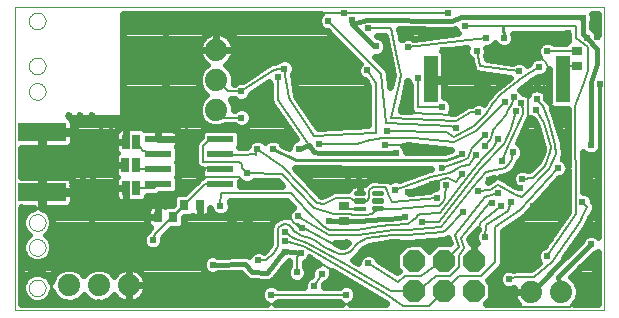
<source format=gbl>
G75*
G70*
%OFA0B0*%
%FSLAX24Y24*%
%IPPOS*%
%LPD*%
%AMOC8*
5,1,8,0,0,1.08239X$1,22.5*
%
%ADD10C,0.0000*%
%ADD11OC8,0.0740*%
%ADD12C,0.0740*%
%ADD13C,0.0397*%
%ADD14R,0.1600X0.0600*%
%ADD15C,0.0236*%
%ADD16R,0.0394X0.0157*%
%ADD17C,0.0118*%
%ADD18R,0.0354X0.0276*%
%ADD19R,0.0870X0.0240*%
%ADD20R,0.0250X0.0500*%
%ADD21R,0.0472X0.1575*%
%ADD22R,0.0276X0.0354*%
%ADD23C,0.0240*%
%ADD24C,0.0240*%
%ADD25C,0.0270*%
%ADD26C,0.0080*%
%ADD27C,0.0100*%
%ADD28C,0.0160*%
%ADD29C,0.0120*%
%ADD30C,0.0060*%
D10*
X000260Y000270D02*
X000260Y010370D01*
X019910Y010370D01*
X019910Y000270D01*
X000260Y000270D01*
X000734Y001020D02*
X000736Y001053D01*
X000742Y001085D01*
X000751Y001116D01*
X000764Y001146D01*
X000781Y001174D01*
X000801Y001200D01*
X000824Y001224D01*
X000849Y001244D01*
X000877Y001262D01*
X000906Y001276D01*
X000937Y001286D01*
X000969Y001293D01*
X001002Y001296D01*
X001035Y001295D01*
X001067Y001290D01*
X001098Y001281D01*
X001129Y001269D01*
X001157Y001253D01*
X001184Y001234D01*
X001208Y001212D01*
X001229Y001187D01*
X001248Y001160D01*
X001263Y001131D01*
X001274Y001101D01*
X001282Y001069D01*
X001286Y001036D01*
X001286Y001004D01*
X001282Y000971D01*
X001274Y000939D01*
X001263Y000909D01*
X001248Y000880D01*
X001229Y000853D01*
X001208Y000828D01*
X001184Y000806D01*
X001157Y000787D01*
X001129Y000771D01*
X001098Y000759D01*
X001067Y000750D01*
X001035Y000745D01*
X001002Y000744D01*
X000969Y000747D01*
X000937Y000754D01*
X000906Y000764D01*
X000877Y000778D01*
X000849Y000796D01*
X000824Y000816D01*
X000801Y000840D01*
X000781Y000866D01*
X000764Y000894D01*
X000751Y000924D01*
X000742Y000955D01*
X000736Y000987D01*
X000734Y001020D01*
X000734Y002370D02*
X000736Y002403D01*
X000742Y002435D01*
X000751Y002466D01*
X000764Y002496D01*
X000781Y002524D01*
X000801Y002550D01*
X000824Y002574D01*
X000849Y002594D01*
X000877Y002612D01*
X000906Y002626D01*
X000937Y002636D01*
X000969Y002643D01*
X001002Y002646D01*
X001035Y002645D01*
X001067Y002640D01*
X001098Y002631D01*
X001129Y002619D01*
X001157Y002603D01*
X001184Y002584D01*
X001208Y002562D01*
X001229Y002537D01*
X001248Y002510D01*
X001263Y002481D01*
X001274Y002451D01*
X001282Y002419D01*
X001286Y002386D01*
X001286Y002354D01*
X001282Y002321D01*
X001274Y002289D01*
X001263Y002259D01*
X001248Y002230D01*
X001229Y002203D01*
X001208Y002178D01*
X001184Y002156D01*
X001157Y002137D01*
X001129Y002121D01*
X001098Y002109D01*
X001067Y002100D01*
X001035Y002095D01*
X001002Y002094D01*
X000969Y002097D01*
X000937Y002104D01*
X000906Y002114D01*
X000877Y002128D01*
X000849Y002146D01*
X000824Y002166D01*
X000801Y002190D01*
X000781Y002216D01*
X000764Y002244D01*
X000751Y002274D01*
X000742Y002305D01*
X000736Y002337D01*
X000734Y002370D01*
X000734Y003200D02*
X000736Y003233D01*
X000742Y003265D01*
X000751Y003296D01*
X000764Y003326D01*
X000781Y003354D01*
X000801Y003380D01*
X000824Y003404D01*
X000849Y003424D01*
X000877Y003442D01*
X000906Y003456D01*
X000937Y003466D01*
X000969Y003473D01*
X001002Y003476D01*
X001035Y003475D01*
X001067Y003470D01*
X001098Y003461D01*
X001129Y003449D01*
X001157Y003433D01*
X001184Y003414D01*
X001208Y003392D01*
X001229Y003367D01*
X001248Y003340D01*
X001263Y003311D01*
X001274Y003281D01*
X001282Y003249D01*
X001286Y003216D01*
X001286Y003184D01*
X001282Y003151D01*
X001274Y003119D01*
X001263Y003089D01*
X001248Y003060D01*
X001229Y003033D01*
X001208Y003008D01*
X001184Y002986D01*
X001157Y002967D01*
X001129Y002951D01*
X001098Y002939D01*
X001067Y002930D01*
X001035Y002925D01*
X001002Y002924D01*
X000969Y002927D01*
X000937Y002934D01*
X000906Y002944D01*
X000877Y002958D01*
X000849Y002976D01*
X000824Y002996D01*
X000801Y003020D01*
X000781Y003046D01*
X000764Y003074D01*
X000751Y003104D01*
X000742Y003135D01*
X000736Y003167D01*
X000734Y003200D01*
X000734Y007570D02*
X000736Y007603D01*
X000742Y007635D01*
X000751Y007666D01*
X000764Y007696D01*
X000781Y007724D01*
X000801Y007750D01*
X000824Y007774D01*
X000849Y007794D01*
X000877Y007812D01*
X000906Y007826D01*
X000937Y007836D01*
X000969Y007843D01*
X001002Y007846D01*
X001035Y007845D01*
X001067Y007840D01*
X001098Y007831D01*
X001129Y007819D01*
X001157Y007803D01*
X001184Y007784D01*
X001208Y007762D01*
X001229Y007737D01*
X001248Y007710D01*
X001263Y007681D01*
X001274Y007651D01*
X001282Y007619D01*
X001286Y007586D01*
X001286Y007554D01*
X001282Y007521D01*
X001274Y007489D01*
X001263Y007459D01*
X001248Y007430D01*
X001229Y007403D01*
X001208Y007378D01*
X001184Y007356D01*
X001157Y007337D01*
X001129Y007321D01*
X001098Y007309D01*
X001067Y007300D01*
X001035Y007295D01*
X001002Y007294D01*
X000969Y007297D01*
X000937Y007304D01*
X000906Y007314D01*
X000877Y007328D01*
X000849Y007346D01*
X000824Y007366D01*
X000801Y007390D01*
X000781Y007416D01*
X000764Y007444D01*
X000751Y007474D01*
X000742Y007505D01*
X000736Y007537D01*
X000734Y007570D01*
X000734Y008420D02*
X000736Y008453D01*
X000742Y008485D01*
X000751Y008516D01*
X000764Y008546D01*
X000781Y008574D01*
X000801Y008600D01*
X000824Y008624D01*
X000849Y008644D01*
X000877Y008662D01*
X000906Y008676D01*
X000937Y008686D01*
X000969Y008693D01*
X001002Y008696D01*
X001035Y008695D01*
X001067Y008690D01*
X001098Y008681D01*
X001129Y008669D01*
X001157Y008653D01*
X001184Y008634D01*
X001208Y008612D01*
X001229Y008587D01*
X001248Y008560D01*
X001263Y008531D01*
X001274Y008501D01*
X001282Y008469D01*
X001286Y008436D01*
X001286Y008404D01*
X001282Y008371D01*
X001274Y008339D01*
X001263Y008309D01*
X001248Y008280D01*
X001229Y008253D01*
X001208Y008228D01*
X001184Y008206D01*
X001157Y008187D01*
X001129Y008171D01*
X001098Y008159D01*
X001067Y008150D01*
X001035Y008145D01*
X001002Y008144D01*
X000969Y008147D01*
X000937Y008154D01*
X000906Y008164D01*
X000877Y008178D01*
X000849Y008196D01*
X000824Y008216D01*
X000801Y008240D01*
X000781Y008266D01*
X000764Y008294D01*
X000751Y008324D01*
X000742Y008355D01*
X000736Y008387D01*
X000734Y008420D01*
X000734Y009920D02*
X000736Y009953D01*
X000742Y009985D01*
X000751Y010016D01*
X000764Y010046D01*
X000781Y010074D01*
X000801Y010100D01*
X000824Y010124D01*
X000849Y010144D01*
X000877Y010162D01*
X000906Y010176D01*
X000937Y010186D01*
X000969Y010193D01*
X001002Y010196D01*
X001035Y010195D01*
X001067Y010190D01*
X001098Y010181D01*
X001129Y010169D01*
X001157Y010153D01*
X001184Y010134D01*
X001208Y010112D01*
X001229Y010087D01*
X001248Y010060D01*
X001263Y010031D01*
X001274Y010001D01*
X001282Y009969D01*
X001286Y009936D01*
X001286Y009904D01*
X001282Y009871D01*
X001274Y009839D01*
X001263Y009809D01*
X001248Y009780D01*
X001229Y009753D01*
X001208Y009728D01*
X001184Y009706D01*
X001157Y009687D01*
X001129Y009671D01*
X001098Y009659D01*
X001067Y009650D01*
X001035Y009645D01*
X001002Y009644D01*
X000969Y009647D01*
X000937Y009654D01*
X000906Y009664D01*
X000877Y009678D01*
X000849Y009696D01*
X000824Y009716D01*
X000801Y009740D01*
X000781Y009766D01*
X000764Y009794D01*
X000751Y009824D01*
X000742Y009855D01*
X000736Y009887D01*
X000734Y009920D01*
D11*
X013560Y001920D03*
X014560Y001920D03*
X015560Y001920D03*
X015560Y000920D03*
X014560Y000920D03*
X013560Y000920D03*
D12*
X017465Y000880D03*
X018465Y000880D03*
X006980Y006960D03*
X006980Y007960D03*
X006980Y008960D03*
X004060Y001110D03*
X003060Y001110D03*
X002060Y001110D03*
D13*
X007514Y002799D03*
X008026Y002799D03*
X008026Y003311D03*
X007514Y003311D03*
D14*
X001170Y004210D03*
X001170Y006210D03*
D15*
X014490Y005025D03*
D16*
X011775Y003659D03*
D17*
X011913Y003896D02*
X011637Y003896D01*
X011637Y003934D01*
X011913Y003934D01*
X011913Y003896D01*
X011913Y004152D02*
X011637Y004152D01*
X011637Y004190D01*
X011913Y004190D01*
X011913Y004152D01*
X012227Y004190D02*
X012503Y004190D01*
X012503Y004152D01*
X012227Y004152D01*
X012227Y004190D01*
X012227Y003934D02*
X012503Y003934D01*
X012503Y003896D01*
X012227Y003896D01*
X012227Y003934D01*
X012227Y003678D02*
X012503Y003678D01*
X012503Y003640D01*
X012227Y003640D01*
X012227Y003678D01*
D18*
X011245Y003746D03*
X011245Y003234D03*
X019015Y008404D03*
X019015Y008916D03*
D19*
X007110Y005975D03*
X007110Y005475D03*
X007110Y004975D03*
X007110Y004475D03*
X005050Y004475D03*
X005050Y004975D03*
X005050Y005475D03*
X005050Y005975D03*
D20*
X004307Y005900D03*
X003953Y005900D03*
X003943Y005115D03*
X004297Y005115D03*
X004317Y004345D03*
X003963Y004345D03*
D21*
X014120Y007975D03*
X018530Y007975D03*
D22*
X006421Y003795D03*
X005909Y003795D03*
X005541Y003390D03*
X005029Y003390D03*
D23*
X004671Y003390D01*
X004671Y003184D01*
X004686Y003128D01*
X004715Y003078D01*
X004756Y003037D01*
X004779Y003024D01*
X004748Y002990D01*
X004714Y002956D01*
X004712Y002953D01*
X004710Y002950D01*
X004695Y002910D01*
X004667Y002898D01*
X004572Y002803D01*
X004520Y002678D01*
X004520Y002542D01*
X004572Y002417D01*
X004667Y002322D01*
X004792Y002270D01*
X004928Y002270D01*
X005053Y002322D01*
X005148Y002417D01*
X005200Y002542D01*
X005200Y002678D01*
X005191Y002699D01*
X005482Y002993D01*
X005770Y002993D01*
X005899Y003122D01*
X005899Y003380D01*
X005916Y003398D01*
X006138Y003398D01*
X006170Y003429D01*
X006198Y003413D01*
X006254Y003398D01*
X006421Y003398D01*
X006588Y003398D01*
X006644Y003413D01*
X006694Y003442D01*
X006735Y003483D01*
X006764Y003533D01*
X006779Y003589D01*
X006779Y003683D01*
X006829Y003561D01*
X006925Y003465D01*
X007050Y003414D01*
X007185Y003414D01*
X007310Y003465D01*
X007406Y003561D01*
X007458Y003686D01*
X007458Y003821D01*
X007421Y003910D01*
X009342Y003910D01*
X009536Y003704D01*
X009522Y003698D01*
X009427Y003603D01*
X009375Y003478D01*
X009375Y003407D01*
X009372Y003409D01*
X009347Y003413D01*
X009323Y003422D01*
X009296Y003421D01*
X009270Y003425D01*
X009245Y003419D01*
X009219Y003418D01*
X009195Y003407D01*
X009127Y003391D01*
X009109Y003391D01*
X009077Y003379D01*
X009044Y003371D01*
X009030Y003360D01*
X009013Y003354D01*
X008988Y003330D01*
X008960Y003310D01*
X008951Y003295D01*
X008868Y003215D01*
X008832Y003183D01*
X008831Y003180D01*
X008828Y003177D01*
X008809Y003133D01*
X008788Y003089D01*
X008788Y003086D01*
X008786Y003083D01*
X008785Y003034D01*
X008778Y002881D01*
X008776Y002878D01*
X008775Y002830D01*
X008773Y002781D01*
X008774Y002778D01*
X008767Y002490D01*
X008684Y002351D01*
X008564Y002232D01*
X008448Y002280D01*
X008312Y002280D01*
X008187Y002228D01*
X008092Y002133D01*
X008078Y002100D01*
X008065Y002105D01*
X008025Y002125D01*
X008009Y002126D01*
X007995Y002132D01*
X007950Y002130D01*
X007906Y002133D01*
X007891Y002128D01*
X007017Y002100D01*
X006933Y002135D01*
X006797Y002135D01*
X006672Y002083D01*
X006577Y001988D01*
X006525Y001863D01*
X006525Y001727D01*
X006577Y001602D01*
X006672Y001507D01*
X006797Y001455D01*
X006933Y001455D01*
X007043Y001501D01*
X007813Y001526D01*
X007959Y001358D01*
X007997Y001313D01*
X007998Y001313D01*
X007998Y001313D01*
X008051Y001286D01*
X008104Y001260D01*
X008105Y001260D01*
X008164Y001256D01*
X008623Y001223D01*
X008650Y001215D01*
X008682Y001219D01*
X008713Y001217D01*
X008740Y001226D01*
X008769Y001229D01*
X008796Y001244D01*
X008826Y001254D01*
X008848Y001273D01*
X008873Y001287D01*
X008893Y001312D01*
X008917Y001332D01*
X008929Y001358D01*
X009356Y001897D01*
X009400Y001915D01*
X009400Y001756D01*
X009372Y001728D01*
X009320Y001603D01*
X009320Y001467D01*
X009372Y001342D01*
X009467Y001247D01*
X009592Y001195D01*
X009728Y001195D01*
X009853Y001247D01*
X009948Y001342D01*
X010000Y001467D01*
X010000Y001603D01*
X009948Y001728D01*
X009920Y001756D01*
X009920Y001874D01*
X009988Y001902D01*
X010083Y001997D01*
X010086Y002004D01*
X010163Y001963D01*
X010398Y001825D01*
X010297Y001783D01*
X010202Y001688D01*
X010150Y001563D01*
X010150Y001427D01*
X010136Y001403D01*
X010052Y001368D01*
X009957Y001273D01*
X009905Y001148D01*
X009905Y001060D01*
X009021Y001060D01*
X008993Y001088D01*
X008868Y001140D01*
X008732Y001140D01*
X008607Y001088D01*
X008512Y000993D01*
X008460Y000868D01*
X008460Y000732D01*
X008512Y000607D01*
X008607Y000512D01*
X008660Y000490D01*
X000480Y000490D01*
X000480Y003690D01*
X000898Y003690D01*
X000729Y003620D01*
X000590Y003481D01*
X000514Y003299D01*
X000514Y003101D01*
X000590Y002919D01*
X000724Y002785D01*
X000590Y002651D01*
X000514Y002469D01*
X000514Y002271D01*
X000590Y002089D01*
X000729Y001950D01*
X000911Y001874D01*
X001109Y001874D01*
X001291Y001950D01*
X001430Y002089D01*
X001506Y002271D01*
X001506Y002469D01*
X001430Y002651D01*
X001296Y002785D01*
X001430Y002919D01*
X001506Y003101D01*
X001506Y003299D01*
X001430Y003481D01*
X001291Y003620D01*
X001122Y003690D01*
X001140Y003690D01*
X001140Y004180D01*
X001200Y004180D01*
X001200Y004240D01*
X001140Y004240D01*
X001140Y004730D01*
X000480Y004730D01*
X000480Y005690D01*
X001140Y005690D01*
X001140Y006180D01*
X001200Y006180D01*
X001200Y006240D01*
X002190Y006240D01*
X002190Y006539D01*
X002175Y006595D01*
X002146Y006645D01*
X002116Y006675D01*
X003870Y006680D01*
X003870Y010150D01*
X010459Y010150D01*
X010422Y010113D01*
X010370Y009988D01*
X010370Y009852D01*
X010422Y009727D01*
X010517Y009632D01*
X010642Y009580D01*
X010681Y009580D01*
X011756Y008496D01*
X011722Y008463D01*
X011670Y008338D01*
X011670Y008202D01*
X011722Y008077D01*
X011817Y007982D01*
X011930Y007935D01*
X012050Y007767D01*
X012046Y006445D01*
X011555Y006427D01*
X011554Y006427D01*
X011504Y006425D01*
X011453Y006423D01*
X011452Y006422D01*
X010363Y006367D01*
X009643Y007432D01*
X009538Y008137D01*
X009538Y008137D01*
X009590Y008262D01*
X009590Y008398D01*
X009538Y008523D01*
X009443Y008618D01*
X009318Y008670D01*
X009182Y008670D01*
X009057Y008618D01*
X009016Y008577D01*
X008905Y008559D01*
X008901Y008560D01*
X008855Y008551D01*
X008808Y008544D01*
X008804Y008541D01*
X008799Y008540D01*
X008760Y008514D01*
X008720Y008490D01*
X008717Y008486D01*
X007852Y007910D01*
X007742Y007910D01*
X007617Y007858D01*
X007589Y007830D01*
X007565Y007830D01*
X007570Y007843D01*
X007570Y008077D01*
X007480Y008294D01*
X007314Y008460D01*
X007302Y008465D01*
X007364Y008510D01*
X007430Y008576D01*
X007485Y008651D01*
X007527Y008734D01*
X007555Y008822D01*
X007570Y008914D01*
X007570Y008960D01*
X007570Y009006D01*
X007555Y009098D01*
X007527Y009186D01*
X007485Y009269D01*
X007430Y009344D01*
X007364Y009410D01*
X007289Y009465D01*
X007206Y009507D01*
X007118Y009535D01*
X007026Y009550D01*
X006980Y009550D01*
X006980Y008960D01*
X006980Y008960D01*
X007570Y008960D01*
X006980Y008960D01*
X006980Y008960D01*
X006980Y008960D01*
X006390Y008960D01*
X006390Y009006D01*
X006405Y009098D01*
X006433Y009186D01*
X006475Y009269D01*
X006530Y009344D01*
X006596Y009410D01*
X006671Y009465D01*
X006754Y009507D01*
X006842Y009535D01*
X006934Y009550D01*
X006980Y009550D01*
X006980Y008960D01*
X006390Y008960D01*
X006390Y008914D01*
X006405Y008822D01*
X006433Y008734D01*
X006475Y008651D01*
X006530Y008576D01*
X006596Y008510D01*
X006658Y008465D01*
X006646Y008460D01*
X006480Y008294D01*
X006390Y008077D01*
X006390Y007843D01*
X006480Y007626D01*
X006646Y007460D01*
X006480Y007294D01*
X006390Y007077D01*
X006390Y006843D01*
X006480Y006626D01*
X006646Y006460D01*
X006863Y006370D01*
X007097Y006370D01*
X007254Y006435D01*
X007594Y006435D01*
X007622Y006407D01*
X007747Y006355D01*
X007883Y006355D01*
X008008Y006407D01*
X008103Y006502D01*
X008155Y006627D01*
X008155Y006763D01*
X008103Y006888D01*
X008008Y006983D01*
X007883Y007035D01*
X007747Y007035D01*
X007622Y006983D01*
X007594Y006955D01*
X007570Y006955D01*
X007570Y007077D01*
X007480Y007294D01*
X007464Y007310D01*
X007589Y007310D01*
X007617Y007282D01*
X007742Y007230D01*
X007878Y007230D01*
X008003Y007282D01*
X008098Y007377D01*
X008139Y007477D01*
X008739Y007876D01*
X008747Y007857D01*
X008775Y007829D01*
X008775Y007319D01*
X008770Y007292D01*
X008775Y007268D01*
X008775Y007243D01*
X008786Y007218D01*
X008791Y007191D01*
X008805Y007171D01*
X008815Y007148D01*
X008834Y007128D01*
X009621Y005977D01*
X009552Y005948D01*
X009457Y005853D01*
X009405Y005728D01*
X009405Y005686D01*
X009176Y005799D01*
X009158Y005843D01*
X009063Y005938D01*
X008938Y005990D01*
X008802Y005990D01*
X008677Y005938D01*
X008615Y005876D01*
X008543Y005948D01*
X008418Y006000D01*
X008282Y006000D01*
X008157Y005948D01*
X008062Y005853D01*
X008010Y005728D01*
X008010Y005723D01*
X007877Y005720D01*
X007731Y005720D01*
X007726Y005725D01*
X007765Y005764D01*
X007765Y006186D01*
X007636Y006315D01*
X006584Y006315D01*
X006455Y006186D01*
X006455Y006038D01*
X006305Y005887D01*
X006265Y005792D01*
X006265Y005290D01*
X006264Y005289D01*
X006265Y005238D01*
X006265Y005188D01*
X006266Y005187D01*
X006266Y005185D01*
X006285Y005139D01*
X006305Y005093D01*
X006306Y005092D01*
X006306Y005090D01*
X006342Y005055D01*
X006378Y005020D01*
X006379Y005019D01*
X006380Y005018D01*
X006427Y004999D01*
X006455Y004988D01*
X006455Y004975D01*
X006486Y004975D01*
X006486Y004975D01*
X006455Y004975D01*
X006455Y004826D01*
X006470Y004770D01*
X006495Y004726D01*
X006483Y004714D01*
X006464Y004706D01*
X006463Y004705D01*
X006427Y004670D01*
X005943Y004192D01*
X005680Y004192D01*
X005551Y004063D01*
X005551Y003802D01*
X005536Y003787D01*
X005312Y003787D01*
X005280Y003756D01*
X005252Y003772D01*
X005196Y003787D01*
X005029Y003787D01*
X004862Y003787D01*
X004806Y003772D01*
X004756Y003743D01*
X004715Y003702D01*
X004686Y003652D01*
X004671Y003596D01*
X004671Y003390D01*
X005029Y003390D01*
X005029Y003390D01*
X005029Y003787D01*
X005029Y003390D01*
X005029Y003390D01*
X004671Y003371D02*
X001476Y003371D01*
X001506Y003132D02*
X004685Y003132D01*
X004663Y002894D02*
X001404Y002894D01*
X001426Y002655D02*
X004520Y002655D01*
X004573Y002417D02*
X001506Y002417D01*
X001467Y002178D02*
X008137Y002178D01*
X008723Y002417D02*
X005147Y002417D01*
X005200Y002655D02*
X008771Y002655D01*
X008778Y002894D02*
X005384Y002894D01*
X005899Y003132D02*
X008808Y003132D01*
X009044Y003371D02*
X005899Y003371D01*
X006421Y003398D02*
X006421Y003795D01*
X006421Y003398D01*
X006421Y003609D02*
X006421Y003609D01*
X006421Y003795D02*
X006421Y003795D01*
X006779Y003609D02*
X006810Y003609D01*
X007426Y003609D02*
X009433Y003609D01*
X009401Y003848D02*
X007447Y003848D01*
X007765Y004430D02*
X007765Y004599D01*
X007812Y004552D01*
X007937Y004500D01*
X008073Y004500D01*
X008198Y004552D01*
X008224Y004578D01*
X009050Y004571D01*
X009180Y004430D01*
X007765Y004430D01*
X007765Y004563D02*
X007801Y004563D01*
X008209Y004563D02*
X009058Y004563D01*
X009610Y005005D02*
X009616Y005005D01*
X009660Y005002D01*
X009669Y005005D01*
X012681Y005000D01*
X012681Y005000D01*
X012735Y005000D01*
X012788Y005000D01*
X012788Y005000D01*
X014138Y005000D01*
X014097Y004991D01*
X014079Y004992D01*
X014047Y004980D01*
X014014Y004973D01*
X013999Y004963D01*
X013052Y004615D01*
X013003Y004635D01*
X012867Y004635D01*
X012755Y004588D01*
X012755Y004589D01*
X012722Y004603D01*
X012691Y004621D01*
X012675Y004623D01*
X012660Y004629D01*
X012624Y004630D01*
X012588Y004635D01*
X012573Y004630D01*
X012141Y004636D01*
X012045Y004597D01*
X011971Y004525D01*
X011965Y004511D01*
X011942Y004490D01*
X011933Y004487D01*
X011916Y004470D01*
X011775Y004470D01*
X011775Y004214D01*
X011775Y004214D01*
X011775Y004470D01*
X011609Y004470D01*
X011556Y004459D01*
X011505Y004438D01*
X011459Y004407D01*
X011420Y004368D01*
X011390Y004323D01*
X011369Y004272D01*
X011368Y004270D01*
X011002Y004270D01*
X010998Y004272D01*
X010950Y004270D01*
X010903Y004270D01*
X010899Y004268D01*
X010894Y004268D01*
X010851Y004248D01*
X010808Y004230D01*
X010804Y004227D01*
X010509Y004093D01*
X010453Y004095D01*
X009610Y005005D01*
X009799Y004802D02*
X013560Y004802D01*
X013770Y004325D02*
X014206Y004325D01*
X014267Y004350D02*
X014142Y004298D01*
X014093Y004249D01*
X013392Y004186D01*
X014193Y004480D01*
X014290Y004501D01*
X014290Y004372D01*
X014299Y004350D01*
X014267Y004350D01*
X016025Y004552D02*
X016220Y004670D01*
X016100Y004642D01*
X016025Y004552D01*
X016034Y004563D02*
X016044Y004563D01*
X016419Y004717D02*
X016620Y004764D01*
X016636Y004763D01*
X016670Y004775D01*
X016705Y004784D01*
X016718Y004793D01*
X016733Y004799D01*
X016760Y004823D01*
X016789Y004844D01*
X016797Y004858D01*
X016893Y004946D01*
X016925Y004971D01*
X016931Y004981D01*
X016939Y004989D01*
X016956Y005026D01*
X017044Y005180D01*
X017067Y005212D01*
X017070Y005225D01*
X017076Y005236D01*
X017080Y005264D01*
X017163Y005347D01*
X017215Y005472D01*
X017215Y005608D01*
X017163Y005733D01*
X017068Y005828D01*
X017038Y005841D01*
X017417Y006669D01*
X017420Y006673D01*
X017428Y006691D01*
X017442Y006677D01*
X017526Y006642D01*
X017659Y006422D01*
X017858Y005697D01*
X017853Y005596D01*
X017709Y005229D01*
X017414Y004948D01*
X017381Y004945D01*
X017378Y004948D01*
X017253Y005000D01*
X017117Y005000D01*
X016992Y004948D01*
X016897Y004853D01*
X016845Y004728D01*
X016845Y004592D01*
X016897Y004467D01*
X016947Y004417D01*
X016520Y004676D01*
X016487Y004700D01*
X016476Y004703D01*
X016466Y004709D01*
X016426Y004715D01*
X016419Y004717D01*
X016736Y004802D02*
X016876Y004802D01*
X016857Y004563D02*
X016706Y004563D01*
X016964Y005040D02*
X017510Y005040D01*
X017728Y005279D02*
X017094Y005279D01*
X017215Y005517D02*
X017822Y005517D01*
X017842Y005756D02*
X017140Y005756D01*
X017108Y005994D02*
X017776Y005994D01*
X017711Y006233D02*
X017217Y006233D01*
X017326Y006471D02*
X017629Y006471D01*
X018273Y006710D02*
X018691Y006710D01*
X018690Y006948D02*
X018183Y006948D01*
X018202Y006968D02*
X018690Y006968D01*
X018695Y005099D01*
X018648Y005213D01*
X018553Y005308D01*
X018525Y005319D01*
X018529Y005327D01*
X018543Y005344D01*
X018552Y005373D01*
X018566Y005400D01*
X018567Y005422D01*
X018574Y005442D01*
X018571Y005473D01*
X018573Y005503D01*
X018566Y005524D01*
X018541Y005794D01*
X018544Y005820D01*
X018537Y005845D01*
X018534Y005870D01*
X018522Y005894D01*
X018316Y006584D01*
X018317Y006593D01*
X018302Y006633D01*
X018289Y006674D01*
X018283Y006681D01*
X018159Y007011D01*
X018202Y006968D01*
X018074Y007227D02*
X018074Y008319D01*
X018023Y008197D01*
X017928Y008102D01*
X017803Y008050D01*
X017696Y008050D01*
X017363Y007825D01*
X017112Y007629D01*
X017178Y007563D01*
X017192Y007530D01*
X017213Y007530D01*
X017338Y007478D01*
X017352Y007464D01*
X017377Y007523D01*
X017472Y007618D01*
X017597Y007670D01*
X017733Y007670D01*
X017858Y007618D01*
X017953Y007523D01*
X018005Y007398D01*
X018005Y007300D01*
X018045Y007258D01*
X018074Y007227D01*
X018074Y007425D02*
X017994Y007425D01*
X018074Y007664D02*
X017748Y007664D01*
X017582Y007664D02*
X017156Y007664D01*
X017477Y007902D02*
X018074Y007902D01*
X018074Y008141D02*
X017966Y008141D01*
X017404Y008480D02*
X017348Y008442D01*
X017263Y008528D01*
X017138Y008580D01*
X017002Y008580D01*
X016879Y008529D01*
X015990Y008653D01*
X015961Y008769D01*
X015995Y008852D01*
X015995Y008988D01*
X015980Y009025D01*
X016048Y009025D01*
X016173Y009077D01*
X016268Y009172D01*
X016273Y009183D01*
X016277Y009172D01*
X016372Y009077D01*
X016497Y009025D01*
X016633Y009025D01*
X016758Y009077D01*
X016853Y009172D01*
X016905Y009297D01*
X016905Y009433D01*
X016883Y009485D01*
X018160Y009485D01*
X018162Y009484D01*
X018212Y009485D01*
X018262Y009485D01*
X018263Y009486D01*
X018700Y009492D01*
X018700Y009373D01*
X018695Y009350D01*
X018700Y009322D01*
X018700Y009293D01*
X018709Y009271D01*
X018713Y009248D01*
X018716Y009243D01*
X018649Y009176D01*
X018415Y009176D01*
X018238Y009178D01*
X018208Y009208D01*
X018083Y009260D01*
X017947Y009260D01*
X017822Y009208D01*
X017727Y009113D01*
X017675Y008988D01*
X017675Y008852D01*
X017726Y008730D01*
X017667Y008730D01*
X017542Y008678D01*
X017447Y008583D01*
X017404Y008480D01*
X017482Y008618D02*
X016246Y008618D01*
X015995Y008856D02*
X017675Y008856D01*
X017719Y009095D02*
X016775Y009095D01*
X016905Y009333D02*
X018698Y009333D01*
X019493Y009674D02*
X019491Y009859D01*
X019530Y009952D01*
X019530Y010088D01*
X019504Y010150D01*
X019690Y010150D01*
X019690Y009436D01*
X019687Y009440D01*
X019638Y009558D01*
X019543Y009653D01*
X019493Y009674D01*
X019492Y009810D02*
X019690Y009810D01*
X019690Y009572D02*
X019624Y009572D01*
X019690Y010049D02*
X019530Y010049D01*
X016355Y009095D02*
X016190Y009095D01*
X015458Y008636D02*
X015367Y008727D01*
X015315Y008852D01*
X015315Y008988D01*
X015329Y009021D01*
X014512Y008918D01*
X014533Y008897D01*
X014562Y008847D01*
X014576Y008791D01*
X014576Y007975D01*
X014120Y007975D01*
X014120Y007975D01*
X014576Y007975D01*
X014576Y007384D01*
X014688Y007338D01*
X014783Y007243D01*
X014835Y007118D01*
X014835Y006982D01*
X014787Y006867D01*
X014921Y006863D01*
X015301Y007079D01*
X015313Y007090D01*
X015346Y007104D01*
X015376Y007122D01*
X015393Y007124D01*
X015408Y007130D01*
X015444Y007130D01*
X015479Y007134D01*
X015490Y007131D01*
X015517Y007158D01*
X015642Y007210D01*
X015778Y007210D01*
X015895Y007161D01*
X015981Y007292D01*
X015988Y007312D01*
X016009Y007335D01*
X016026Y007361D01*
X016044Y007373D01*
X016273Y007624D01*
X016284Y007643D01*
X016308Y007662D01*
X016328Y007684D01*
X016348Y007693D01*
X016767Y008020D01*
X015794Y008156D01*
X015793Y008155D01*
X015743Y008163D01*
X015693Y008170D01*
X015692Y008170D01*
X015691Y008170D01*
X015647Y008196D01*
X015604Y008222D01*
X015603Y008223D01*
X015602Y008224D01*
X015572Y008264D01*
X015541Y008305D01*
X015541Y008306D01*
X015540Y008307D01*
X015528Y008356D01*
X015515Y008405D01*
X015516Y008406D01*
X015458Y008636D01*
X015463Y008618D02*
X014576Y008618D01*
X014556Y008856D02*
X015315Y008856D01*
X015522Y008379D02*
X014576Y008379D01*
X014576Y008141D02*
X015902Y008141D01*
X016616Y007902D02*
X014576Y007902D01*
X014576Y007664D02*
X016310Y007664D01*
X016091Y007425D02*
X014576Y007425D01*
X014806Y007187D02*
X015586Y007187D01*
X015834Y007187D02*
X015911Y007187D01*
X015071Y006948D02*
X014821Y006948D01*
X013464Y006916D02*
X013132Y006928D01*
X013303Y007690D01*
X013304Y007691D01*
X013314Y007740D01*
X013325Y007789D01*
X013325Y007791D01*
X013354Y007929D01*
X013402Y007812D01*
X013430Y007784D01*
X013430Y006998D01*
X013464Y006916D01*
X013451Y006948D02*
X013137Y006948D01*
X013190Y007187D02*
X013430Y007187D01*
X013430Y007425D02*
X013243Y007425D01*
X013297Y007664D02*
X013430Y007664D01*
X013365Y007902D02*
X013348Y007902D01*
X012817Y007902D02*
X012763Y007902D01*
X012806Y007850D02*
X012779Y007728D01*
X012740Y008146D01*
X012740Y008186D01*
X012735Y008198D01*
X012734Y008210D01*
X012716Y008245D01*
X012701Y008281D01*
X012692Y008291D01*
X012686Y008302D01*
X012656Y008327D01*
X012256Y008730D01*
X012378Y008730D01*
X012503Y008782D01*
X012598Y008877D01*
X012650Y009002D01*
X012650Y009138D01*
X012598Y009263D01*
X012503Y009358D01*
X012378Y009410D01*
X012343Y009410D01*
X012340Y009413D01*
X012599Y009411D01*
X012760Y008642D01*
X012865Y008131D01*
X012806Y007850D01*
X012863Y008141D02*
X012741Y008141D01*
X012814Y008379D02*
X012604Y008379D01*
X012765Y008618D02*
X012368Y008618D01*
X012577Y008856D02*
X012715Y008856D01*
X012665Y009095D02*
X012650Y009095D01*
X012615Y009333D02*
X012528Y009333D01*
X013096Y009572D02*
X014979Y009572D01*
X014987Y009552D02*
X015032Y009507D01*
X013559Y009322D01*
X013558Y009323D01*
X013433Y009375D01*
X013297Y009375D01*
X013172Y009323D01*
X013153Y009304D01*
X013083Y009635D01*
X014833Y009620D01*
X014888Y009618D01*
X014893Y009620D01*
X014897Y009619D01*
X014948Y009640D01*
X014950Y009641D01*
X014987Y009552D01*
X013650Y009333D02*
X013534Y009333D01*
X013196Y009333D02*
X013147Y009333D01*
X011635Y008618D02*
X009443Y008618D01*
X009590Y008379D02*
X011687Y008379D01*
X011696Y008141D02*
X009540Y008141D01*
X009573Y007902D02*
X011953Y007902D01*
X012049Y007664D02*
X009609Y007664D01*
X009648Y007425D02*
X012049Y007425D01*
X012048Y007187D02*
X009809Y007187D01*
X009970Y006948D02*
X012047Y006948D01*
X012047Y006710D02*
X010132Y006710D01*
X010293Y006471D02*
X012046Y006471D01*
X013196Y005760D02*
X013561Y005760D01*
X014812Y005624D01*
X014799Y005619D01*
X014797Y005618D01*
X014574Y005540D01*
X013295Y005540D01*
X013295Y005588D01*
X013243Y005713D01*
X013196Y005760D01*
X013200Y005756D02*
X013602Y005756D01*
X012010Y004563D02*
X010020Y004563D01*
X010241Y004325D02*
X011391Y004325D01*
X011775Y004325D02*
X011775Y004325D01*
X009417Y005756D02*
X009265Y005756D01*
X009610Y005994D02*
X008432Y005994D01*
X008268Y005994D02*
X007765Y005994D01*
X007719Y006233D02*
X009447Y006233D01*
X009284Y006471D02*
X008072Y006471D01*
X008155Y006710D02*
X009120Y006710D01*
X008957Y006948D02*
X008043Y006948D01*
X007525Y007187D02*
X008794Y007187D01*
X008775Y007425D02*
X008118Y007425D01*
X008420Y007664D02*
X008775Y007664D01*
X008198Y008141D02*
X007544Y008141D01*
X007395Y008379D02*
X008557Y008379D01*
X009057Y008618D02*
X007460Y008618D01*
X007561Y008856D02*
X011399Y008856D01*
X011162Y009095D02*
X007556Y009095D01*
X007438Y009333D02*
X010926Y009333D01*
X010689Y009572D02*
X003870Y009572D01*
X003870Y009810D02*
X010388Y009810D01*
X010395Y010049D02*
X003870Y010049D01*
X003870Y009333D02*
X006522Y009333D01*
X006404Y009095D02*
X003870Y009095D01*
X003870Y008856D02*
X006399Y008856D01*
X006500Y008618D02*
X003870Y008618D01*
X003870Y008379D02*
X006565Y008379D01*
X006416Y008141D02*
X003870Y008141D01*
X003870Y007902D02*
X006390Y007902D01*
X006464Y007664D02*
X003870Y007664D01*
X003870Y007425D02*
X006611Y007425D01*
X006435Y007187D02*
X003870Y007187D01*
X003870Y006948D02*
X006390Y006948D01*
X006445Y006710D02*
X003870Y006710D01*
X003799Y006370D02*
X003743Y006355D01*
X003693Y006326D01*
X003652Y006285D01*
X003623Y006235D01*
X003608Y006179D01*
X003608Y005900D01*
X003608Y005621D01*
X003623Y005565D01*
X003652Y005515D01*
X003654Y005512D01*
X003642Y005500D01*
X003613Y005450D01*
X003598Y005394D01*
X003598Y005115D01*
X003598Y004836D01*
X003613Y004780D01*
X003642Y004730D01*
X003654Y004717D01*
X003633Y004680D01*
X003618Y004624D01*
X003618Y004345D01*
X003618Y004066D01*
X003633Y004010D01*
X003662Y003960D01*
X003703Y003919D01*
X003753Y003890D01*
X003809Y003875D01*
X003963Y003875D01*
X004533Y003875D01*
X004662Y004004D01*
X004662Y004079D01*
X004856Y004076D01*
X004858Y004075D01*
X004908Y004075D01*
X004957Y004074D01*
X004959Y004075D01*
X004962Y004075D01*
X005007Y004094D01*
X005054Y004112D01*
X005055Y004114D01*
X005057Y004115D01*
X005078Y004135D01*
X005576Y004135D01*
X005705Y004264D01*
X005705Y004686D01*
X005666Y004725D01*
X005705Y004764D01*
X005705Y005186D01*
X005666Y005225D01*
X005705Y005264D01*
X005705Y005686D01*
X005665Y005726D01*
X005690Y005770D01*
X005705Y005826D01*
X005705Y005975D01*
X005705Y006124D01*
X005690Y006180D01*
X005661Y006230D01*
X005620Y006271D01*
X005570Y006300D01*
X005514Y006315D01*
X005050Y006315D01*
X005050Y005975D01*
X005050Y005975D01*
X005705Y005975D01*
X005050Y005975D01*
X005050Y005975D01*
X005050Y006315D01*
X004586Y006315D01*
X004580Y006313D01*
X004523Y006370D01*
X004091Y006370D01*
X003953Y006370D01*
X003953Y005900D01*
X003953Y005900D01*
X003953Y006370D01*
X003799Y006370D01*
X003953Y006233D02*
X003953Y006233D01*
X003953Y005994D02*
X003953Y005994D01*
X003953Y005900D02*
X003953Y005900D01*
X003608Y005900D01*
X003953Y005900D01*
X003608Y005994D02*
X002190Y005994D01*
X002190Y005881D02*
X002190Y006180D01*
X001200Y006180D01*
X001200Y005690D01*
X001999Y005690D01*
X002055Y005705D01*
X002105Y005734D01*
X002146Y005775D01*
X002175Y005825D01*
X002190Y005881D01*
X002127Y005756D02*
X003608Y005756D01*
X003651Y005517D02*
X000480Y005517D01*
X000480Y005279D02*
X003598Y005279D01*
X003598Y005115D02*
X003943Y005115D01*
X003598Y005115D01*
X003598Y005040D02*
X000480Y005040D01*
X000480Y004802D02*
X003607Y004802D01*
X003618Y004563D02*
X002184Y004563D01*
X002190Y004539D02*
X002175Y004595D01*
X002146Y004645D01*
X002105Y004686D01*
X002055Y004715D01*
X001999Y004730D01*
X001200Y004730D01*
X001200Y004240D01*
X002190Y004240D01*
X002190Y004539D01*
X002190Y004325D02*
X003618Y004325D01*
X003618Y004345D02*
X003963Y004345D01*
X003963Y003875D01*
X003963Y004345D01*
X003963Y004345D01*
X003963Y004345D01*
X003618Y004345D01*
X003618Y004086D02*
X002190Y004086D01*
X002190Y004180D02*
X001200Y004180D01*
X001200Y003690D01*
X001999Y003690D01*
X002055Y003705D01*
X002105Y003734D01*
X002146Y003775D01*
X002175Y003825D01*
X002190Y003881D01*
X002190Y004180D01*
X002181Y003848D02*
X005551Y003848D01*
X005574Y004086D02*
X004988Y004086D01*
X005705Y004325D02*
X006077Y004325D01*
X006319Y004563D02*
X005705Y004563D01*
X005705Y004802D02*
X006462Y004802D01*
X006464Y004706D02*
X006464Y004706D01*
X006357Y005040D02*
X005705Y005040D01*
X005705Y005279D02*
X006265Y005279D01*
X006265Y005517D02*
X005705Y005517D01*
X005682Y005756D02*
X006265Y005756D01*
X006411Y005994D02*
X005705Y005994D01*
X005659Y006233D02*
X006501Y006233D01*
X006635Y006471D02*
X002190Y006471D01*
X001200Y006233D02*
X003622Y006233D01*
X005050Y006233D02*
X005050Y006233D01*
X005050Y005994D02*
X005050Y005994D01*
X003943Y005115D02*
X003943Y005115D01*
X003963Y004325D02*
X003963Y004325D01*
X003963Y004086D02*
X003963Y004086D01*
X004675Y003609D02*
X001302Y003609D01*
X001200Y003848D02*
X001140Y003848D01*
X000718Y003609D02*
X000480Y003609D01*
X000480Y003371D02*
X000544Y003371D01*
X000514Y003132D02*
X000480Y003132D01*
X000480Y002894D02*
X000616Y002894D01*
X000594Y002655D02*
X000480Y002655D01*
X000480Y002417D02*
X000514Y002417D01*
X000480Y002178D02*
X000553Y002178D01*
X000480Y001940D02*
X000754Y001940D01*
X000480Y001701D02*
X006536Y001701D01*
X006779Y001463D02*
X004533Y001463D01*
X004510Y001494D02*
X004444Y001560D01*
X004369Y001615D01*
X004286Y001657D01*
X004198Y001685D01*
X004106Y001700D01*
X004060Y001700D01*
X004060Y001110D01*
X004060Y001110D01*
X004650Y001110D01*
X004650Y001156D01*
X004635Y001248D01*
X004607Y001336D01*
X004565Y001419D01*
X004510Y001494D01*
X004639Y001224D02*
X008608Y001224D01*
X008736Y001224D02*
X009522Y001224D01*
X009798Y001224D02*
X009937Y001224D01*
X009998Y001463D02*
X010150Y001463D01*
X010150Y001427D02*
X010150Y001427D01*
X010215Y001701D02*
X009959Y001701D01*
X010025Y001940D02*
X010203Y001940D01*
X010825Y001575D02*
X012495Y000596D01*
X012648Y000490D01*
X011450Y000490D01*
X011503Y000512D01*
X011598Y000607D01*
X011650Y000732D01*
X011650Y000868D01*
X011598Y000993D01*
X011503Y001088D01*
X011378Y001140D01*
X011242Y001140D01*
X011117Y001088D01*
X011089Y001060D01*
X010585Y001060D01*
X010585Y001140D01*
X010605Y001175D01*
X010683Y001207D01*
X010778Y001302D01*
X010830Y001427D01*
X010830Y001563D01*
X010825Y001575D01*
X010830Y001463D02*
X011017Y001463D01*
X010700Y001224D02*
X011423Y001224D01*
X011601Y000986D02*
X011830Y000986D01*
X011650Y000747D02*
X012237Y000747D01*
X012621Y000509D02*
X011495Y000509D01*
X011170Y000490D02*
X008940Y000490D01*
X008993Y000512D01*
X009021Y000540D01*
X011089Y000540D01*
X011117Y000512D01*
X011170Y000490D01*
X011125Y000509D02*
X008985Y000509D01*
X008615Y000509D02*
X000480Y000509D01*
X000590Y000739D02*
X000729Y000600D01*
X000911Y000524D01*
X001109Y000524D01*
X001291Y000600D01*
X001430Y000739D01*
X001503Y000914D01*
X001560Y000776D01*
X001726Y000610D01*
X001943Y000520D01*
X002177Y000520D01*
X002394Y000610D01*
X002560Y000776D01*
X002726Y000610D01*
X002943Y000520D01*
X003177Y000520D01*
X003394Y000610D01*
X003560Y000776D01*
X003565Y000788D01*
X003610Y000726D01*
X003676Y000660D01*
X003751Y000605D01*
X003834Y000563D01*
X003922Y000535D01*
X004014Y000520D01*
X004060Y000520D01*
X004106Y000520D01*
X004198Y000535D01*
X004286Y000563D01*
X004369Y000605D01*
X004444Y000660D01*
X004510Y000726D01*
X004565Y000801D01*
X004607Y000884D01*
X004635Y000972D01*
X004650Y001064D01*
X004650Y001110D01*
X004060Y001110D01*
X004060Y001110D01*
X004060Y001700D01*
X004014Y001700D01*
X003922Y001685D01*
X003834Y001657D01*
X003751Y001615D01*
X003676Y001560D01*
X003610Y001494D01*
X003565Y001432D01*
X003560Y001444D01*
X003394Y001610D01*
X003177Y001700D01*
X002943Y001700D01*
X002726Y001610D01*
X002560Y001444D01*
X002394Y001610D01*
X002177Y001700D01*
X001943Y001700D01*
X001726Y001610D01*
X001560Y001444D01*
X001470Y001227D01*
X001470Y001204D01*
X001430Y001301D01*
X001291Y001440D01*
X001109Y001516D01*
X000911Y001516D01*
X000729Y001440D01*
X000590Y001301D01*
X000514Y001119D01*
X000514Y000921D01*
X000590Y000739D01*
X000587Y000747D02*
X000480Y000747D01*
X000480Y000986D02*
X000514Y000986D01*
X000480Y001224D02*
X000558Y001224D01*
X000480Y001463D02*
X000783Y001463D01*
X001237Y001463D02*
X001578Y001463D01*
X001470Y001224D02*
X001462Y001224D01*
X001433Y000747D02*
X001589Y000747D01*
X002531Y000747D02*
X002589Y000747D01*
X003531Y000747D02*
X003594Y000747D01*
X004060Y000747D02*
X004060Y000747D01*
X004060Y000520D02*
X004060Y001110D01*
X004060Y000520D01*
X004526Y000747D02*
X008460Y000747D01*
X008509Y000986D02*
X004638Y000986D01*
X004060Y000986D02*
X004060Y000986D01*
X004060Y001110D02*
X004060Y001110D01*
X004060Y001224D02*
X004060Y001224D01*
X004060Y001463D02*
X004060Y001463D01*
X003587Y001463D02*
X003542Y001463D01*
X002578Y001463D02*
X002542Y001463D01*
X001266Y001940D02*
X006557Y001940D01*
X006951Y001463D02*
X007868Y001463D01*
X008105Y001260D02*
X008105Y001260D01*
X009012Y001463D02*
X009322Y001463D01*
X009361Y001701D02*
X009201Y001701D01*
X010941Y002515D02*
X011373Y002526D01*
X011297Y002434D01*
X011210Y002405D01*
X011155Y002413D01*
X010941Y002515D01*
X011146Y002417D02*
X011244Y002417D01*
X011669Y002067D02*
X011869Y002312D01*
X012074Y002424D01*
X012835Y002534D01*
X013307Y002521D01*
X013322Y002516D01*
X013358Y002520D01*
X013394Y002519D01*
X013409Y002524D01*
X014544Y002625D01*
X014586Y002626D01*
X014595Y002630D01*
X014605Y002631D01*
X014642Y002650D01*
X014703Y002677D01*
X014709Y002667D01*
X014753Y002510D01*
X014316Y002510D01*
X014060Y002254D01*
X013804Y002510D01*
X013316Y002510D01*
X012970Y002164D01*
X012970Y001676D01*
X013053Y001593D01*
X013004Y001549D01*
X012376Y001946D01*
X012338Y002038D01*
X012243Y002133D01*
X012118Y002185D01*
X011982Y002185D01*
X011857Y002133D01*
X011762Y002038D01*
X011710Y001913D01*
X011710Y001859D01*
X011537Y001962D01*
X011552Y001970D01*
X011580Y001979D01*
X011598Y001994D01*
X011618Y002005D01*
X011636Y002027D01*
X011658Y002046D01*
X011669Y002067D01*
X011721Y001940D02*
X011574Y001940D01*
X011760Y002178D02*
X011965Y002178D01*
X012135Y002178D02*
X012984Y002178D01*
X012970Y001940D02*
X012387Y001940D01*
X012764Y001701D02*
X012970Y001701D01*
X013222Y002417D02*
X012060Y002417D01*
X012940Y002465D02*
X013985Y002550D01*
X013898Y002417D02*
X014222Y002417D01*
X014653Y002655D02*
X014712Y002655D01*
X015417Y002638D02*
X015453Y002510D01*
X015560Y002510D01*
X015560Y001920D01*
X015560Y001920D01*
X015560Y002510D01*
X015679Y002510D01*
X015657Y002532D01*
X015605Y002657D01*
X015605Y002793D01*
X015657Y002918D01*
X015703Y002964D01*
X015704Y002981D01*
X015417Y002638D01*
X015431Y002655D02*
X015606Y002655D01*
X015560Y002417D02*
X015560Y002417D01*
X015560Y002178D02*
X015560Y002178D01*
X015560Y001940D02*
X015560Y001940D01*
X016220Y001463D02*
X016431Y001463D01*
X016452Y001513D02*
X016400Y001388D01*
X016400Y001252D01*
X016452Y001127D01*
X016547Y001032D01*
X016672Y000980D01*
X016808Y000980D01*
X016889Y001014D01*
X016875Y000926D01*
X016875Y000880D01*
X017465Y000880D01*
X017465Y000880D01*
X016875Y000880D01*
X016875Y000834D01*
X016890Y000742D01*
X016918Y000654D01*
X016960Y000571D01*
X017015Y000496D01*
X017021Y000490D01*
X015964Y000490D01*
X016150Y000676D01*
X016150Y001164D01*
X016036Y001278D01*
X016480Y001723D01*
X016520Y001818D01*
X016520Y002906D01*
X017224Y003379D01*
X017254Y003393D01*
X017267Y003407D01*
X017283Y003418D01*
X017301Y003446D01*
X018405Y004680D01*
X018428Y004680D01*
X018553Y004732D01*
X018648Y004827D01*
X018696Y004943D01*
X018700Y003550D01*
X017912Y002402D01*
X017807Y002358D01*
X017712Y002263D01*
X017660Y002138D01*
X017660Y002002D01*
X017712Y001877D01*
X017735Y001854D01*
X017477Y001641D01*
X016986Y001645D01*
X016949Y001649D01*
X016935Y001645D01*
X016920Y001645D01*
X016886Y001631D01*
X016880Y001630D01*
X016808Y001660D01*
X016672Y001660D01*
X016547Y001608D01*
X016452Y001513D01*
X016459Y001701D02*
X017550Y001701D01*
X017686Y001940D02*
X016520Y001940D01*
X016520Y002178D02*
X017677Y002178D01*
X017922Y002417D02*
X016520Y002417D01*
X016520Y002655D02*
X018086Y002655D01*
X018249Y002894D02*
X016520Y002894D01*
X016857Y003132D02*
X018413Y003132D01*
X018577Y003371D02*
X017212Y003371D01*
X017447Y003609D02*
X018700Y003609D01*
X018699Y003848D02*
X017661Y003848D01*
X017874Y004086D02*
X018698Y004086D01*
X018698Y004325D02*
X018087Y004325D01*
X018300Y004563D02*
X018697Y004563D01*
X018696Y004802D02*
X018622Y004802D01*
X019216Y004802D02*
X019690Y004802D01*
X019690Y004563D02*
X019217Y004563D01*
X019218Y004325D02*
X019690Y004325D01*
X019690Y004086D02*
X019455Y004086D01*
X019468Y004073D02*
X019373Y004168D01*
X019248Y004220D01*
X019218Y004220D01*
X019214Y005550D01*
X019267Y005497D01*
X019392Y005445D01*
X019528Y005445D01*
X019653Y005497D01*
X019690Y005534D01*
X019690Y002721D01*
X019653Y002758D01*
X019528Y002810D01*
X019392Y002810D01*
X019267Y002758D01*
X019172Y002663D01*
X019132Y002566D01*
X018582Y002017D01*
X019289Y003055D01*
X019305Y003070D01*
X019317Y003097D01*
X019334Y003122D01*
X019339Y003144D01*
X019421Y003326D01*
X019560Y003564D01*
X019575Y003579D01*
X019586Y003608D01*
X019601Y003634D01*
X019604Y003656D01*
X019611Y003676D01*
X019611Y003706D01*
X019615Y003736D01*
X019609Y003758D01*
X019608Y003780D01*
X019596Y003807D01*
X019588Y003836D01*
X019575Y003854D01*
X019566Y003874D01*
X019544Y003895D01*
X019525Y003919D01*
X019520Y003922D01*
X019520Y003948D01*
X019468Y004073D01*
X019580Y003848D02*
X019690Y003848D01*
X019690Y003609D02*
X019586Y003609D01*
X019690Y003371D02*
X019447Y003371D01*
X019336Y003132D02*
X019690Y003132D01*
X019690Y002894D02*
X019179Y002894D01*
X019169Y002655D02*
X019017Y002655D01*
X018982Y002417D02*
X018854Y002417D01*
X018744Y002178D02*
X018692Y002178D01*
X019354Y001940D02*
X019690Y001940D01*
X019690Y002178D02*
X019644Y002178D01*
X019653Y002182D02*
X019556Y002142D01*
X018796Y001382D01*
X018799Y001380D01*
X018965Y001214D01*
X019055Y000997D01*
X019055Y000763D01*
X018965Y000546D01*
X018909Y000490D01*
X019690Y000490D01*
X019690Y002219D01*
X019653Y002182D01*
X019690Y001701D02*
X019115Y001701D01*
X018877Y001463D02*
X019690Y001463D01*
X019690Y001224D02*
X018955Y001224D01*
X019055Y000986D02*
X019690Y000986D01*
X019690Y000747D02*
X019049Y000747D01*
X018928Y000509D02*
X019690Y000509D01*
X017006Y000509D02*
X015983Y000509D01*
X016150Y000747D02*
X016889Y000747D01*
X016884Y000986D02*
X016821Y000986D01*
X016659Y000986D02*
X016150Y000986D01*
X016090Y001224D02*
X016412Y001224D01*
X015647Y002894D02*
X015631Y002894D01*
X019216Y005040D02*
X019690Y005040D01*
X019690Y005279D02*
X019215Y005279D01*
X019214Y005517D02*
X019247Y005517D01*
X019673Y005517D02*
X019690Y005517D01*
X018694Y005517D02*
X018568Y005517D01*
X018582Y005279D02*
X018695Y005279D01*
X018694Y005756D02*
X018545Y005756D01*
X018492Y005994D02*
X018693Y005994D01*
X018692Y006233D02*
X018421Y006233D01*
X018350Y006471D02*
X018692Y006471D01*
X008022Y005756D02*
X007757Y005756D01*
X007723Y007902D02*
X007570Y007902D01*
X006980Y009095D02*
X006980Y009095D01*
X006980Y009333D02*
X006980Y009333D01*
X001200Y005994D02*
X001140Y005994D01*
X001140Y005756D02*
X001200Y005756D01*
X001200Y004563D02*
X001140Y004563D01*
X001140Y004325D02*
X001200Y004325D01*
X001200Y004086D02*
X001140Y004086D01*
X005029Y003609D02*
X005029Y003609D01*
D24*
X004860Y002610D03*
X006865Y001795D03*
X008380Y001940D03*
X009260Y002225D03*
X009795Y002190D03*
X009265Y002570D03*
X009270Y002900D03*
X009830Y003030D03*
X009715Y003410D03*
X010730Y003250D03*
X010470Y004095D03*
X011355Y004625D03*
X011740Y004625D03*
X011745Y004960D03*
X011360Y004960D03*
X010120Y004865D03*
X008970Y004565D03*
X008005Y004840D03*
X007945Y004455D03*
X007118Y003754D03*
X008350Y005660D03*
X008870Y005650D03*
X008055Y005900D03*
X007825Y006280D03*
X007450Y006355D03*
X007065Y006360D03*
X006695Y006370D03*
X007815Y006695D03*
X007810Y007570D03*
X009035Y008050D03*
X009250Y008330D03*
X009895Y007085D03*
X012010Y008270D03*
X012790Y007860D03*
X013325Y007720D03*
X013690Y008005D03*
X014380Y007890D03*
X015515Y007500D03*
X016090Y007540D03*
X016085Y007880D03*
X015520Y008270D03*
X016010Y008670D03*
X015655Y008920D03*
X015980Y009365D03*
X016565Y009365D03*
X017395Y009305D03*
X017865Y009300D03*
X018015Y008920D03*
X017655Y008785D03*
X017270Y008755D03*
X017735Y008390D03*
X017070Y008240D03*
X017820Y007915D03*
X017890Y007585D03*
X017665Y007330D03*
X017635Y006965D03*
X017145Y007190D03*
X016890Y007370D03*
X016610Y007215D03*
X016960Y006920D03*
X015710Y006870D03*
X014965Y006365D03*
X015925Y006105D03*
X016360Y005970D03*
X015940Y005750D03*
X015645Y005440D03*
X015170Y005495D03*
X014690Y005600D03*
X014100Y005000D03*
X014155Y004475D03*
X014630Y004440D03*
X014335Y004010D03*
X015195Y003545D03*
X016160Y003860D03*
X016465Y003735D03*
X016815Y003890D03*
X016380Y004190D03*
X015715Y004235D03*
X016080Y004605D03*
X015162Y004830D03*
X016510Y005250D03*
X016875Y005540D03*
X018360Y005020D03*
X018530Y005330D03*
X019430Y005075D03*
X019435Y004690D03*
X019440Y004260D03*
X019180Y003880D03*
X018585Y003990D03*
X017540Y003735D03*
X017110Y004345D03*
X017185Y004660D03*
X018415Y004645D03*
X019460Y005785D03*
X018625Y005990D03*
X018535Y006520D03*
X019755Y007810D03*
X019675Y009400D03*
X019350Y009365D03*
X018715Y009505D03*
X019495Y009760D03*
X019190Y010020D03*
X015275Y009745D03*
X014705Y010190D03*
X014440Y009460D03*
X014525Y008950D03*
X013365Y009035D03*
X012310Y009070D03*
X012020Y009675D03*
X011510Y009950D03*
X011225Y010170D03*
X010710Y009920D03*
X013145Y006955D03*
X012655Y006255D03*
X012610Y005800D03*
X012955Y005520D03*
X013395Y005795D03*
X014495Y007050D03*
X010390Y005825D03*
X009745Y005660D03*
X012935Y004295D03*
X013355Y004205D03*
X013275Y003390D03*
X013820Y003225D03*
X012920Y002560D03*
X011795Y002185D03*
X012050Y001845D03*
X013015Y001585D03*
X011310Y000800D03*
X010245Y001080D03*
X010490Y001495D03*
X009660Y001535D03*
X008800Y000800D03*
X014755Y002510D03*
X015435Y002605D03*
X015945Y002725D03*
X018000Y002070D03*
X018805Y002280D03*
X019460Y002470D03*
X019610Y001470D03*
X016740Y001320D03*
X002450Y003475D03*
D25*
X002825Y003470D03*
X002820Y003140D03*
X002505Y003045D03*
X002400Y002715D03*
X002405Y002390D03*
X002395Y002035D03*
X002160Y001795D03*
X001845Y001790D03*
X001565Y001630D03*
X001200Y001625D03*
X000820Y001595D03*
X000510Y001720D03*
X000510Y002070D03*
X001470Y002015D03*
X002510Y001710D03*
X002830Y001780D03*
X003175Y001815D03*
X003565Y001650D03*
X004425Y001715D03*
X004440Y002080D03*
X004445Y002455D03*
X004445Y002855D03*
X005290Y002760D03*
X005895Y002460D03*
X006990Y002275D03*
X005955Y001745D03*
X005650Y001770D03*
X006875Y000895D03*
X006860Y000535D03*
X007915Y000505D03*
X008580Y000510D03*
X009285Y000515D03*
X010110Y000510D03*
X010530Y000515D03*
X010990Y000510D03*
X011605Y000535D03*
X012180Y000535D03*
X012565Y000515D03*
X010110Y002005D03*
X011340Y002515D03*
X009255Y001105D03*
X007775Y003055D03*
X004720Y003750D03*
X004080Y003735D03*
X002835Y003800D03*
X002835Y004135D03*
X002840Y004440D03*
X002855Y004760D03*
X002545Y004765D03*
X002210Y004765D03*
X002210Y004430D03*
X002200Y004110D03*
X002195Y003755D03*
X001905Y003610D03*
X001570Y003610D03*
X000505Y003670D03*
X000605Y002775D03*
X001375Y002780D03*
X000510Y001370D03*
X000560Y000570D03*
X001310Y000520D03*
X001660Y000520D03*
X002000Y000505D03*
X002340Y000510D03*
X002710Y000520D03*
X003060Y000520D03*
X003410Y000520D03*
X003755Y000530D03*
X004110Y000520D03*
X004495Y000520D03*
X004845Y000515D03*
X005215Y000515D03*
X005620Y000515D03*
X013100Y004855D03*
X018590Y003495D03*
X016370Y001035D03*
X016765Y000535D03*
X006360Y006200D03*
X006000Y006205D03*
X005655Y006305D03*
X005290Y006560D03*
X005300Y006985D03*
X005310Y007370D03*
X005310Y007770D03*
X005310Y008170D03*
X005310Y008570D03*
X005310Y008970D03*
X005310Y009370D03*
X005310Y009770D03*
X005085Y010125D03*
X005560Y010120D03*
X006010Y010120D03*
X006410Y010120D03*
X006810Y010120D03*
X007240Y010120D03*
X007645Y010105D03*
X007580Y009755D03*
X007570Y009370D03*
X007760Y009020D03*
X007760Y008520D03*
X007755Y008035D03*
X007625Y007120D03*
X006050Y005785D03*
X005740Y005790D03*
X004035Y006385D03*
X003740Y006325D03*
X003465Y006460D03*
X003145Y006450D03*
X002830Y006750D03*
X002425Y006750D03*
X002085Y006755D03*
X002260Y006355D03*
X002245Y005975D03*
X002205Y005660D03*
X002575Y005650D03*
X002935Y005665D03*
X003260Y005670D03*
X003575Y005660D03*
X003050Y005935D03*
X004010Y007520D03*
X003905Y009730D03*
X003900Y010130D03*
X004645Y010130D03*
X010160Y009070D03*
X011090Y008935D03*
X012655Y009115D03*
X013205Y009570D03*
D26*
X012810Y009670D02*
X013015Y008695D01*
X013130Y008130D01*
X013060Y007795D01*
X012810Y006680D01*
X014985Y006600D01*
X015460Y006870D01*
X015710Y006870D01*
X015975Y006810D02*
X015580Y006415D01*
X014895Y006060D01*
X014645Y006220D01*
X012655Y006255D01*
X012630Y006510D02*
X012480Y008135D01*
X010710Y009920D01*
X010250Y010170D02*
X014705Y010190D01*
X015275Y009745D02*
X016550Y009745D01*
X018210Y009745D01*
X018960Y009755D01*
X018960Y009345D01*
X019370Y009060D01*
X019370Y008270D01*
X019255Y007950D01*
X018950Y007075D01*
X018960Y003470D01*
X018000Y002070D01*
X018175Y001880D02*
X017570Y001380D01*
X016970Y001385D01*
X016740Y001320D01*
X016370Y001035D02*
X016510Y000870D01*
X017465Y000880D01*
X016760Y000820D01*
X016760Y000420D01*
X017020Y000400D01*
X018760Y000390D01*
X018910Y000570D01*
X019610Y001470D01*
X018175Y001880D02*
X019090Y003225D01*
X019190Y003445D01*
X019350Y003720D01*
X019180Y003880D01*
X017930Y005080D02*
X017530Y004700D01*
X017185Y004660D01*
X017110Y004345D02*
X016660Y004770D01*
X016080Y004605D01*
X015955Y004875D02*
X016595Y005025D01*
X016725Y005145D01*
X016825Y005320D01*
X016875Y005540D01*
X016745Y005825D02*
X016510Y005250D01*
X016205Y005675D02*
X015860Y005335D01*
X015405Y004785D01*
X014425Y003505D01*
X013800Y003470D01*
X013690Y003440D01*
X013620Y003365D01*
X013535Y003275D01*
X013360Y003165D01*
X012790Y003120D01*
X012435Y003100D01*
X011665Y002965D01*
X010730Y002965D01*
X010550Y003075D01*
X009995Y003595D01*
X009455Y004170D01*
X007145Y004170D01*
X007145Y004175D01*
X007118Y003754D01*
X007110Y004475D02*
X007100Y004485D01*
X006610Y004485D01*
X005915Y003800D01*
X005914Y003800D01*
X005909Y003795D01*
X005909Y003758D01*
X005541Y003390D01*
X005915Y003800D02*
X004935Y002810D01*
X004860Y002610D01*
X004910Y004335D02*
X004317Y004345D01*
X004910Y004335D02*
X005050Y004475D01*
X005050Y004975D02*
X004437Y004975D01*
X004297Y005115D01*
X004535Y005590D02*
X005045Y005480D01*
X005050Y005475D01*
X004535Y005590D02*
X004307Y005900D01*
X006050Y005785D02*
X006050Y005195D01*
X006170Y005075D01*
X006401Y005075D01*
X006445Y005031D01*
X007054Y005031D01*
X007110Y004975D01*
X006550Y005230D02*
X006525Y005240D01*
X006525Y005740D01*
X006760Y005975D01*
X007110Y005975D01*
X007450Y006355D02*
X007825Y006280D01*
X007815Y006695D02*
X007245Y006695D01*
X006980Y006960D01*
X007370Y007570D02*
X007810Y007570D01*
X008900Y008295D01*
X009237Y008348D01*
X009230Y008325D01*
X009265Y008330D01*
X009250Y008330D01*
X009237Y008348D02*
X009250Y008305D01*
X009395Y007335D01*
X010230Y006100D01*
X011515Y006165D01*
X012305Y006195D01*
X012310Y007850D01*
X012010Y008270D01*
X013325Y007720D02*
X013145Y006965D01*
X013145Y006955D02*
X013335Y006955D01*
X013455Y006835D01*
X014905Y006790D01*
X014495Y007050D02*
X013690Y007050D01*
X013690Y008005D01*
X014120Y007975D02*
X014155Y008115D01*
X014380Y007890D01*
X014640Y008726D02*
X015591Y007775D01*
X016095Y007775D01*
X016485Y007470D02*
X016215Y007175D01*
X015975Y006810D01*
X016380Y006985D02*
X015650Y006235D01*
X014905Y005875D01*
X013575Y006020D01*
X012470Y006020D01*
X012355Y005990D01*
X012115Y005965D01*
X011670Y005815D01*
X010390Y005825D01*
X010071Y005780D02*
X009035Y007295D01*
X009035Y008050D01*
X007370Y007570D02*
X006980Y007960D01*
X008350Y005660D02*
X008315Y005468D01*
X008304Y005476D01*
X008296Y005466D01*
X008295Y005460D01*
X008270Y005470D01*
X007880Y005460D01*
X007435Y005460D01*
X007110Y005475D01*
X006550Y005230D02*
X007740Y005230D01*
X007820Y005150D01*
X007820Y005025D01*
X008005Y004840D01*
X009165Y004830D01*
X010235Y003670D01*
X010905Y003490D01*
X011445Y003490D01*
X011545Y003455D01*
X011955Y003455D01*
X012155Y003485D01*
X012375Y003651D01*
X012365Y003659D01*
X012375Y003651D02*
X012780Y003655D01*
X013000Y003665D01*
X014055Y003765D01*
X014405Y003760D01*
X014525Y003880D01*
X014615Y004020D01*
X014630Y004440D01*
X014525Y004665D02*
X014415Y004595D01*
X014155Y004475D01*
X014525Y004665D02*
X014705Y004685D01*
X014962Y004555D01*
X015162Y004830D01*
X015020Y005025D02*
X015170Y005090D01*
X015415Y005110D01*
X015645Y005440D01*
X015370Y005350D02*
X015490Y005690D01*
X015925Y006105D01*
X016115Y005960D02*
X016170Y006105D01*
X016215Y006270D01*
X016630Y006795D01*
X016705Y006935D01*
X016710Y006955D01*
X016845Y007140D01*
X016890Y007370D01*
X017145Y007190D02*
X017200Y007000D01*
X017200Y006820D01*
X016745Y005825D01*
X016560Y005830D02*
X015780Y004995D01*
X014400Y003215D01*
X013845Y003215D01*
X013820Y003225D01*
X013345Y002955D02*
X012860Y002965D01*
X011740Y002795D01*
X010720Y002770D01*
X009730Y003390D01*
X009715Y003410D01*
X009580Y003200D02*
X009375Y003460D01*
X009280Y003160D02*
X009400Y003115D01*
X009490Y003015D01*
X009585Y002915D01*
X009680Y002835D01*
X009845Y002760D01*
X010105Y002680D01*
X010305Y002575D01*
X010580Y002400D01*
X011080Y002160D01*
X011235Y002140D01*
X011450Y002210D01*
X011700Y002515D01*
X011990Y002675D01*
X012820Y002795D01*
X013350Y002780D01*
X014530Y002885D01*
X014645Y002935D01*
X015195Y003545D01*
X015775Y003180D02*
X015555Y001915D01*
X015060Y002085D02*
X015225Y002360D01*
X015130Y002700D01*
X016110Y003870D01*
X016160Y003860D01*
X015925Y004065D02*
X014950Y002770D01*
X015060Y002380D01*
X014820Y002155D01*
X014715Y002055D01*
X014560Y001920D01*
X014510Y001920D01*
X013810Y001420D01*
X013255Y001425D01*
X013030Y001225D01*
X012050Y001845D01*
X011350Y001770D02*
X010005Y002530D01*
X009520Y002695D01*
X009270Y002900D01*
X009035Y002820D02*
X009045Y003025D01*
X009155Y003130D01*
X009280Y003160D01*
X009580Y003200D02*
X009820Y003040D01*
X009705Y003155D01*
X009645Y003155D01*
X009770Y003030D01*
X009830Y003030D01*
X009820Y003040D02*
X010860Y002495D01*
X011310Y002500D01*
X010290Y002190D02*
X009875Y002410D01*
X009265Y002570D01*
X009025Y002415D02*
X009035Y002820D01*
X009025Y002415D02*
X008890Y002190D01*
X008640Y001940D01*
X008380Y001940D01*
X009260Y002225D02*
X009785Y002185D01*
X009780Y002190D01*
X009795Y002190D02*
X009660Y002055D01*
X009660Y001535D01*
X010110Y002005D02*
X010280Y001860D01*
X010450Y001860D01*
X010830Y001630D01*
X010490Y001495D02*
X010270Y001115D01*
X010245Y001080D01*
X011310Y000800D02*
X008800Y000800D01*
X008020Y000470D02*
X007915Y000505D01*
X008020Y000470D02*
X007700Y000470D01*
X012375Y000480D01*
X012635Y000815D02*
X010290Y002190D01*
X011350Y001770D02*
X012790Y000920D01*
X013560Y000920D01*
X013710Y000920D01*
X014310Y001420D01*
X014760Y001420D01*
X015060Y001720D01*
X015060Y002085D01*
X014755Y002510D02*
X014025Y002510D01*
X013985Y002550D01*
X014475Y003040D02*
X013345Y002955D01*
X014475Y003040D02*
X015550Y004385D01*
X015955Y004875D01*
X016375Y004460D02*
X016960Y004105D01*
X017170Y004065D01*
X018060Y004970D01*
X018310Y005470D01*
X018280Y005795D01*
X018055Y006550D01*
X017855Y007080D01*
X017710Y007235D01*
X017665Y007330D01*
X017890Y007275D02*
X017890Y007585D01*
X017890Y007890D01*
X017990Y007990D01*
X017875Y007990D01*
X017380Y007495D01*
X017380Y006625D01*
X017635Y006965D02*
X017900Y006525D01*
X018120Y005725D01*
X018110Y005540D01*
X017930Y005080D01*
X018360Y005020D02*
X017095Y003605D01*
X016260Y003045D01*
X016260Y001870D01*
X015810Y001420D01*
X015060Y001420D01*
X014560Y000920D01*
X014060Y000425D01*
X013200Y000425D01*
X012635Y000815D01*
X015945Y002725D02*
X015975Y003105D01*
X016710Y003570D01*
X016815Y003890D01*
X016465Y003755D02*
X015775Y003180D01*
X014335Y004010D02*
X012840Y003875D01*
X012700Y004150D01*
X012670Y004285D01*
X012605Y004370D01*
X012190Y004375D01*
X012935Y004295D02*
X014120Y004730D01*
X014420Y004795D01*
X014720Y004835D01*
X014820Y004900D01*
X015020Y005025D01*
X014960Y005180D02*
X015180Y005250D01*
X015370Y005350D01*
X014960Y005180D02*
X014490Y005025D01*
X014690Y005600D02*
X013420Y005540D01*
X013395Y005795D01*
X013230Y005775D02*
X012610Y005800D01*
X012630Y006510D02*
X014810Y006420D01*
X014965Y006365D01*
X015940Y005750D02*
X016115Y005960D01*
X016360Y005970D02*
X016205Y005675D01*
X016560Y005830D02*
X016790Y006320D01*
X016960Y006920D01*
X016610Y007215D02*
X016380Y006985D01*
X016485Y007470D02*
X017210Y008035D01*
X017735Y008390D01*
X017935Y008585D02*
X018070Y008305D01*
X018080Y008270D02*
X017820Y008010D01*
X017820Y007915D01*
X018080Y008270D02*
X018080Y007125D01*
X018125Y007080D01*
X018125Y006860D01*
X018595Y006390D01*
X018575Y006490D01*
X018525Y006540D01*
X018535Y006510D01*
X018225Y006820D01*
X018225Y006940D01*
X017890Y007275D01*
X018530Y007975D02*
X018530Y008425D01*
X018530Y008425D01*
X018994Y008425D01*
X019015Y008404D01*
X019015Y008916D02*
X018414Y008916D01*
X018015Y008920D01*
X017935Y008585D02*
X017635Y008760D01*
X017070Y008240D02*
X015780Y008420D01*
X015655Y008920D01*
X015980Y009365D02*
X013365Y009035D01*
X012810Y009670D02*
X012020Y009675D01*
X014459Y009004D02*
X014525Y008950D01*
X014541Y009004D02*
X014640Y008905D01*
X014640Y008726D01*
X014541Y009004D02*
X014459Y009004D01*
X018540Y006540D02*
X018545Y006535D01*
X018545Y006525D01*
X018540Y006520D02*
X018540Y006540D01*
X018535Y006520D02*
X018540Y006520D01*
X018595Y006390D02*
X018715Y006270D01*
X018715Y006330D01*
X018625Y005990D01*
X016375Y004460D02*
X016095Y004290D01*
X015715Y004235D01*
X015925Y004065D02*
X016380Y004190D01*
X011995Y003915D02*
X011790Y003916D01*
X011775Y003915D01*
X011790Y003916D02*
X011595Y003915D01*
X011440Y004010D01*
X010955Y004010D01*
X010560Y003830D01*
X010335Y003840D01*
X009205Y005060D01*
X008350Y005660D01*
X007770Y004710D02*
X006390Y004710D01*
X010730Y003250D02*
X011080Y003250D01*
X011160Y003170D01*
X011201Y003170D01*
X011245Y003234D01*
X011312Y003659D02*
X011775Y003659D01*
X011312Y003659D02*
X011245Y003746D01*
D27*
X012735Y005270D02*
X009625Y005275D01*
X008870Y005650D01*
X012735Y005270D02*
X014620Y005270D01*
X014935Y005380D01*
X014930Y005370D01*
X015170Y005495D01*
X016465Y003755D02*
X016465Y003735D01*
X017850Y009290D02*
X018130Y009510D01*
X018715Y009505D01*
X018695Y009490D01*
X018715Y009505D02*
X018160Y009500D01*
X017865Y009300D01*
X017850Y009290D01*
X016565Y009365D02*
X016550Y009745D01*
X019190Y010020D02*
X019190Y010020D01*
X019350Y009365D02*
X019330Y009345D01*
X001485Y001270D02*
X001485Y000925D01*
X001315Y000510D01*
D28*
X006865Y001795D02*
X007945Y001830D01*
X008185Y001555D01*
X008675Y001520D01*
X009245Y002240D01*
X009795Y002190D01*
X009790Y002185D01*
X009785Y002185D01*
X010730Y003250D02*
X011730Y003245D01*
X012530Y003310D01*
X012785Y003315D01*
X013275Y003390D01*
X010315Y004855D02*
X010320Y005000D01*
X010315Y004855D02*
X010135Y004855D01*
X010135Y004734D01*
X010138Y004844D01*
X010048Y004860D01*
X010120Y004865D01*
X010225Y005555D02*
X010400Y005520D01*
X012955Y005520D01*
X010225Y005555D02*
X010071Y005780D01*
X009745Y005660D01*
X012210Y009120D02*
X012310Y009070D01*
X012210Y009120D02*
X011500Y009815D01*
X011995Y009945D01*
X014840Y009920D01*
X015150Y010035D01*
X019190Y010035D01*
X019190Y010020D01*
X019195Y009470D01*
X019330Y009345D01*
X019350Y009365D02*
X019685Y008995D01*
X019685Y008485D01*
X019465Y007890D01*
X019465Y006105D01*
X019460Y005785D01*
X019460Y002470D02*
X018360Y001370D01*
X018465Y000880D01*
X017480Y000835D02*
X018725Y002160D01*
X011510Y009820D02*
X011500Y009815D01*
X011510Y009820D02*
X011510Y009950D01*
D29*
X019755Y007810D02*
X019755Y005540D01*
X019355Y005140D01*
X019430Y005075D01*
D30*
X012190Y004375D02*
X012075Y004275D01*
X012075Y004025D01*
X011995Y003915D01*
M02*

</source>
